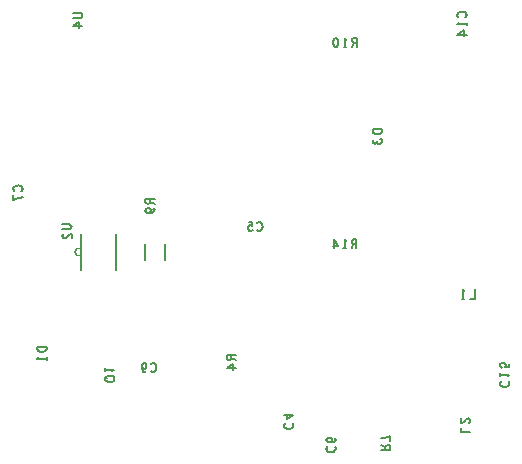
<source format=gbo>
G04 ================== begin FILE IDENTIFICATION RECORD ==================*
G04 Layout Name:  WCSA_SystemSchem_4-Layer.brd*
G04 Film Name:    SSB*
G04 File Format:  Gerber RS274X*
G04 File Origin:  Cadence Allegro 17.4-S013*
G04 Origin Date:  Thu May  5 23:29:30 2022*
G04 *
G04 Layer:  REF DES/SILKSCREEN_BOTTOM*
G04 Layer:  MANUFACTURING/AUTOSILK_BOTTOM*
G04 *
G04 Offset:    (0.00 0.00)*
G04 Mirror:    No*
G04 Mode:      Positive*
G04 Rotation:  0*
G04 FullContactRelief:  No*
G04 UndefLineWidth:     5.00*
G04 ================== end FILE IDENTIFICATION RECORD ====================*
%FSLAX25Y25*MOIN*%
%IR0*IPPOS*OFA0.00000B0.00000*MIA0B0*SFA1.00000B1.00000*%
%ADD10C,.005*%
%ADD11C,.006*%
G75*
%LPD*%
G75*
G54D10*
G01X-49900Y-23800D02*
G03Y-26200I-601J-1200D01*
G01X-61300Y-56607D02*
X-64400D01*
Y-57373D01*
X-64245Y-57680D01*
X-64038Y-57910D01*
X-63728Y-58102D01*
X-63367Y-58255D01*
X-62850Y-58293D01*
X-62333Y-58255D01*
X-61972Y-58102D01*
X-61662Y-57910D01*
X-61455Y-57680D01*
X-61300Y-57373D01*
Y-56607D01*
G01Y-60550D02*
X-64400D01*
X-63780Y-60090D01*
G01X-61300D02*
Y-61010D01*
G01X-72142Y-4593D02*
X-72297Y-4363D01*
X-72400Y-4095D01*
Y-3788D01*
X-72245Y-3443D01*
X-71987Y-3175D01*
X-71677Y-2983D01*
X-71160Y-2830D01*
X-70695Y-2792D01*
X-70230Y-2868D01*
X-69920Y-2983D01*
X-69610Y-3213D01*
X-69403Y-3482D01*
X-69300Y-3750D01*
Y-4018D01*
X-69403Y-4287D01*
X-69558Y-4517D01*
X-69765Y-4708D01*
G01X-69300Y-6773D02*
X-69972Y-6850D01*
X-70540Y-6965D01*
X-71057Y-7118D01*
X-71625Y-7310D01*
X-72400Y-7617D01*
Y-6083D01*
G01X-41800Y-67250D02*
X-41748Y-67557D01*
X-41542Y-67825D01*
X-41232Y-68055D01*
X-40870Y-68208D01*
X-40457Y-68285D01*
X-40043D01*
X-39630Y-68208D01*
X-39268Y-68055D01*
X-38958Y-67825D01*
X-38752Y-67557D01*
X-38700Y-67250D01*
X-38752Y-66943D01*
X-38958Y-66675D01*
X-39268Y-66445D01*
X-39630Y-66292D01*
X-40043Y-66215D01*
X-40457D01*
X-40870Y-66292D01*
X-41232Y-66445D01*
X-41542Y-66675D01*
X-41748Y-66943D01*
X-41800Y-67250D01*
G01X-40973Y-66943D02*
X-41800Y-66483D01*
G01Y-64150D02*
X-38700D01*
X-39320Y-64610D01*
G01X-41800D02*
Y-63690D01*
G01X-56000Y-15707D02*
X-53778D01*
X-53313Y-15860D01*
X-53003Y-16167D01*
X-52900Y-16550D01*
X-53003Y-16933D01*
X-53313Y-17240D01*
X-53778Y-17393D01*
X-56000D01*
G01X-55483Y-18922D02*
X-55793Y-19152D01*
X-55948Y-19420D01*
X-56000Y-19727D01*
X-55897Y-20110D01*
X-55638Y-20378D01*
X-55328Y-20455D01*
X-55018Y-20417D01*
X-54760Y-20263D01*
X-54243Y-19497D01*
X-53882Y-19152D01*
X-53365Y-18922D01*
X-52900Y-18845D01*
Y-20455D01*
G01X-56000Y-15707D02*
X-53778D01*
X-53313Y-15860D01*
X-53003Y-16167D01*
X-52900Y-16550D01*
X-53003Y-16933D01*
X-53313Y-17240D01*
X-53778Y-17393D01*
X-56000D01*
G01X-55483Y-18922D02*
X-55793Y-19152D01*
X-55948Y-19420D01*
X-56000Y-19727D01*
X-55897Y-20110D01*
X-55638Y-20378D01*
X-55328Y-20455D01*
X-55018Y-20417D01*
X-54760Y-20263D01*
X-54243Y-19497D01*
X-53882Y-19152D01*
X-53365Y-18922D01*
X-52900Y-18845D01*
Y-20455D01*
G01X-52600Y54693D02*
X-50378D01*
X-49913Y54540D01*
X-49603Y54233D01*
X-49500Y53850D01*
X-49603Y53467D01*
X-49913Y53160D01*
X-50378Y53007D01*
X-52600D01*
G01X-49500Y50290D02*
X-52600D01*
X-50378Y51708D01*
Y49792D01*
G01X-26493Y-62158D02*
X-26263Y-62003D01*
X-25995Y-61900D01*
X-25688D01*
X-25343Y-62055D01*
X-25075Y-62313D01*
X-24883Y-62623D01*
X-24730Y-63140D01*
X-24692Y-63605D01*
X-24768Y-64070D01*
X-24883Y-64380D01*
X-25113Y-64690D01*
X-25382Y-64897D01*
X-25650Y-65000D01*
X-25918D01*
X-26187Y-64897D01*
X-26417Y-64742D01*
X-26608Y-64535D01*
G01X-28098Y-64638D02*
X-28367Y-64897D01*
X-28673Y-65000D01*
X-28980Y-64897D01*
X-29248Y-64587D01*
X-29440Y-64122D01*
X-29517Y-63657D01*
Y-63088D01*
X-29440Y-62623D01*
X-29248Y-62210D01*
X-29018Y-62003D01*
X-28750Y-61900D01*
X-28443Y-62003D01*
X-28213Y-62210D01*
X-28060Y-62520D01*
X-27983Y-62933D01*
X-28060Y-63295D01*
X-28252Y-63657D01*
X-28482Y-63863D01*
X-28750Y-63915D01*
X-29057Y-63812D01*
X-29287Y-63553D01*
X-29517Y-63088D01*
G01X-25300Y-7283D02*
X-28400D01*
Y-8242D01*
X-28245Y-8548D01*
X-28038Y-8740D01*
X-27625Y-8817D01*
X-27212Y-8740D01*
X-26953Y-8510D01*
X-26798Y-8242D01*
Y-7283D01*
G01Y-8242D02*
X-25300Y-8817D01*
G01X-25662Y-10498D02*
X-25403Y-10767D01*
X-25300Y-11073D01*
X-25403Y-11380D01*
X-25713Y-11648D01*
X-26178Y-11840D01*
X-26643Y-11917D01*
X-27212D01*
X-27677Y-11840D01*
X-28090Y-11648D01*
X-28297Y-11418D01*
X-28400Y-11150D01*
X-28297Y-10843D01*
X-28090Y-10613D01*
X-27780Y-10460D01*
X-27367Y-10383D01*
X-27005Y-10460D01*
X-26643Y-10652D01*
X-26437Y-10882D01*
X-26385Y-11150D01*
X-26488Y-11457D01*
X-26747Y-11687D01*
X-27212Y-11917D01*
G01X-21654Y-22362D02*
Y-27638D01*
G01X-28346Y-22362D02*
Y-27638D01*
G01X-25300Y-7283D02*
X-28400D01*
Y-8242D01*
X-28245Y-8548D01*
X-28038Y-8740D01*
X-27625Y-8817D01*
X-27212Y-8740D01*
X-26953Y-8510D01*
X-26798Y-8242D01*
Y-7283D01*
G01Y-8242D02*
X-25300Y-8817D01*
G01X-25662Y-10498D02*
X-25403Y-10767D01*
X-25300Y-11073D01*
X-25403Y-11380D01*
X-25713Y-11648D01*
X-26178Y-11840D01*
X-26643Y-11917D01*
X-27212D01*
X-27677Y-11840D01*
X-28090Y-11648D01*
X-28297Y-11418D01*
X-28400Y-11150D01*
X-28297Y-10843D01*
X-28090Y-10613D01*
X-27780Y-10460D01*
X-27367Y-10383D01*
X-27005Y-10460D01*
X-26643Y-10652D01*
X-26437Y-10882D01*
X-26385Y-11150D01*
X-26488Y-11457D01*
X-26747Y-11687D01*
X-27212Y-11917D01*
G01X20763Y-82101D02*
X20918Y-82331D01*
X21021Y-82599D01*
Y-82906D01*
X20866Y-83251D01*
X20608Y-83519D01*
X20298Y-83711D01*
X19781Y-83864D01*
X19316Y-83902D01*
X18851Y-83826D01*
X18541Y-83711D01*
X18231Y-83481D01*
X18024Y-83212D01*
X17921Y-82944D01*
Y-82676D01*
X18024Y-82407D01*
X18179Y-82177D01*
X18386Y-81986D01*
G01X17921Y-79384D02*
X21021D01*
X18799Y-80802D01*
Y-78886D01*
G01X1800Y-59383D02*
X-1300D01*
Y-60342D01*
X-1145Y-60648D01*
X-938Y-60840D01*
X-525Y-60917D01*
X-112Y-60840D01*
X147Y-60610D01*
X302Y-60342D01*
Y-59383D01*
G01Y-60342D02*
X1800Y-60917D01*
G01Y-63710D02*
X-1300D01*
X922Y-62292D01*
Y-64208D01*
G01X8907Y-15158D02*
X9137Y-15003D01*
X9405Y-14900D01*
X9712D01*
X10057Y-15055D01*
X10325Y-15313D01*
X10517Y-15623D01*
X10670Y-16140D01*
X10708Y-16605D01*
X10632Y-17070D01*
X10517Y-17380D01*
X10287Y-17690D01*
X10018Y-17897D01*
X9750Y-18000D01*
X9482D01*
X9213Y-17897D01*
X8983Y-17742D01*
X8792Y-17535D01*
G01X7493D02*
X7263Y-17793D01*
X6995Y-17948D01*
X6650Y-18000D01*
X6305Y-17897D01*
X6037Y-17690D01*
X5845Y-17328D01*
X5807Y-16915D01*
X5883Y-16502D01*
X6075Y-16243D01*
X6343Y-16037D01*
X6612Y-15985D01*
X6880Y-16037D01*
X7225Y-16243D01*
X7110Y-14900D01*
X6075D01*
G01X34842Y-89907D02*
X34997Y-90137D01*
X35100Y-90405D01*
Y-90712D01*
X34945Y-91057D01*
X34687Y-91325D01*
X34377Y-91517D01*
X33860Y-91670D01*
X33395Y-91708D01*
X32930Y-91632D01*
X32620Y-91517D01*
X32310Y-91287D01*
X32103Y-91018D01*
X32000Y-90750D01*
Y-90482D01*
X32103Y-90213D01*
X32258Y-89983D01*
X32465Y-89792D01*
G01X33292Y-88378D02*
X33653Y-88110D01*
X33860Y-87880D01*
X33963Y-87573D01*
X33860Y-87305D01*
X33653Y-87113D01*
X33343Y-86960D01*
X32982Y-86922D01*
X32672Y-86960D01*
X32362Y-87113D01*
X32103Y-87343D01*
X32000Y-87612D01*
X32103Y-87918D01*
X32413Y-88187D01*
X32878Y-88340D01*
X33395Y-88378D01*
X34067Y-88302D01*
X34428Y-88187D01*
X34790Y-87995D01*
X35048Y-87727D01*
X35100Y-87458D01*
X34997Y-87190D01*
X34738Y-86998D01*
G01X41967Y-23800D02*
Y-20700D01*
X41008D01*
X40702Y-20855D01*
X40510Y-21062D01*
X40433Y-21475D01*
X40510Y-21888D01*
X40740Y-22147D01*
X41008Y-22302D01*
X41967D01*
G01X41008D02*
X40433Y-23800D01*
G01X38100D02*
Y-20700D01*
X38560Y-21320D01*
G01Y-23800D02*
X37640D01*
G01X34540D02*
Y-20700D01*
X35958Y-22922D01*
X34042D01*
G01X42067Y43300D02*
Y46400D01*
X41108D01*
X40802Y46245D01*
X40610Y46038D01*
X40533Y45625D01*
X40610Y45212D01*
X40840Y44953D01*
X41108Y44798D01*
X42067D01*
G01X41108D02*
X40533Y43300D01*
G01X38200D02*
Y46400D01*
X38660Y45780D01*
G01Y43300D02*
X37740D01*
G01X35100Y46400D02*
X35407Y46297D01*
X35637Y46038D01*
X35790Y45728D01*
X35905Y45315D01*
X35943Y44850D01*
X35905Y44385D01*
X35790Y43972D01*
X35637Y43662D01*
X35407Y43403D01*
X35100Y43300D01*
X34793Y43403D01*
X34563Y43662D01*
X34410Y43972D01*
X34295Y44385D01*
X34257Y44850D01*
X34295Y45315D01*
X34410Y45728D01*
X34563Y46038D01*
X34793Y46297D01*
X35100Y46400D01*
G01X50200Y-90917D02*
X53300D01*
Y-89958D01*
X53145Y-89652D01*
X52938Y-89460D01*
X52525Y-89383D01*
X52112Y-89460D01*
X51853Y-89690D01*
X51698Y-89958D01*
Y-90917D01*
G01Y-89958D02*
X50200Y-89383D01*
G01Y-87127D02*
X50872Y-87050D01*
X51440Y-86935D01*
X51957Y-86782D01*
X52525Y-86590D01*
X53300Y-86283D01*
Y-87817D01*
G01X50500Y15893D02*
X47400D01*
Y15127D01*
X47555Y14820D01*
X47762Y14590D01*
X48072Y14398D01*
X48433Y14245D01*
X48950Y14207D01*
X49467Y14245D01*
X49828Y14398D01*
X50138Y14590D01*
X50345Y14820D01*
X50500Y15127D01*
Y15893D01*
G01X49880Y12793D02*
X50242Y12563D01*
X50448Y12257D01*
X50500Y11912D01*
X50448Y11605D01*
X50190Y11298D01*
X49880Y11107D01*
X49570Y11068D01*
X49208Y11145D01*
X48950Y11413D01*
X48847Y11682D01*
Y12027D01*
G01Y11682D02*
X48692Y11452D01*
X48433Y11260D01*
X48123Y11183D01*
X47813Y11260D01*
X47555Y11452D01*
X47400Y11797D01*
X47452Y12142D01*
X47658Y12487D01*
G01X79900Y-85117D02*
X76800D01*
Y-83583D01*
G01X79383Y-81978D02*
X79693Y-81748D01*
X79848Y-81480D01*
X79900Y-81173D01*
X79797Y-80790D01*
X79538Y-80522D01*
X79228Y-80445D01*
X78918Y-80483D01*
X78660Y-80637D01*
X78143Y-81403D01*
X77782Y-81748D01*
X77265Y-81978D01*
X76800Y-82055D01*
Y-80445D01*
G01X92763Y-68101D02*
X92918Y-68331D01*
X93021Y-68599D01*
Y-68906D01*
X92866Y-69251D01*
X92608Y-69519D01*
X92298Y-69711D01*
X91781Y-69864D01*
X91316Y-69902D01*
X90851Y-69826D01*
X90541Y-69711D01*
X90231Y-69481D01*
X90024Y-69212D01*
X89921Y-68944D01*
Y-68676D01*
X90024Y-68407D01*
X90179Y-68177D01*
X90386Y-67986D01*
G01X89921Y-65844D02*
X93021D01*
X92401Y-66304D01*
G01X89921D02*
Y-65384D01*
G01X90386Y-63587D02*
X90128Y-63357D01*
X89973Y-63089D01*
X89921Y-62744D01*
X90024Y-62399D01*
X90231Y-62131D01*
X90593Y-61939D01*
X91006Y-61901D01*
X91419Y-61977D01*
X91678Y-62169D01*
X91884Y-62437D01*
X91936Y-62706D01*
X91884Y-62974D01*
X91678Y-63319D01*
X93021Y-63204D01*
Y-62169D01*
G01X81417Y-37400D02*
Y-40500D01*
X79883D01*
G01X77550D02*
Y-37400D01*
X78010Y-38020D01*
G01Y-40500D02*
X77090D01*
G01X75858Y53307D02*
X75703Y53537D01*
X75600Y53805D01*
Y54112D01*
X75755Y54457D01*
X76013Y54725D01*
X76323Y54917D01*
X76840Y55070D01*
X77305Y55108D01*
X77770Y55032D01*
X78080Y54917D01*
X78390Y54687D01*
X78597Y54418D01*
X78700Y54150D01*
Y53882D01*
X78597Y53613D01*
X78442Y53383D01*
X78235Y53192D01*
G01X78700Y51050D02*
X75600D01*
X76220Y51510D01*
G01X78700D02*
Y50590D01*
G01Y47490D02*
X75600D01*
X77822Y48908D01*
Y46992D01*
G54D11*
G01X-49900Y-30900D02*
Y-19100D01*
G01X-38100D02*
Y-30900D01*
M02*

</source>
